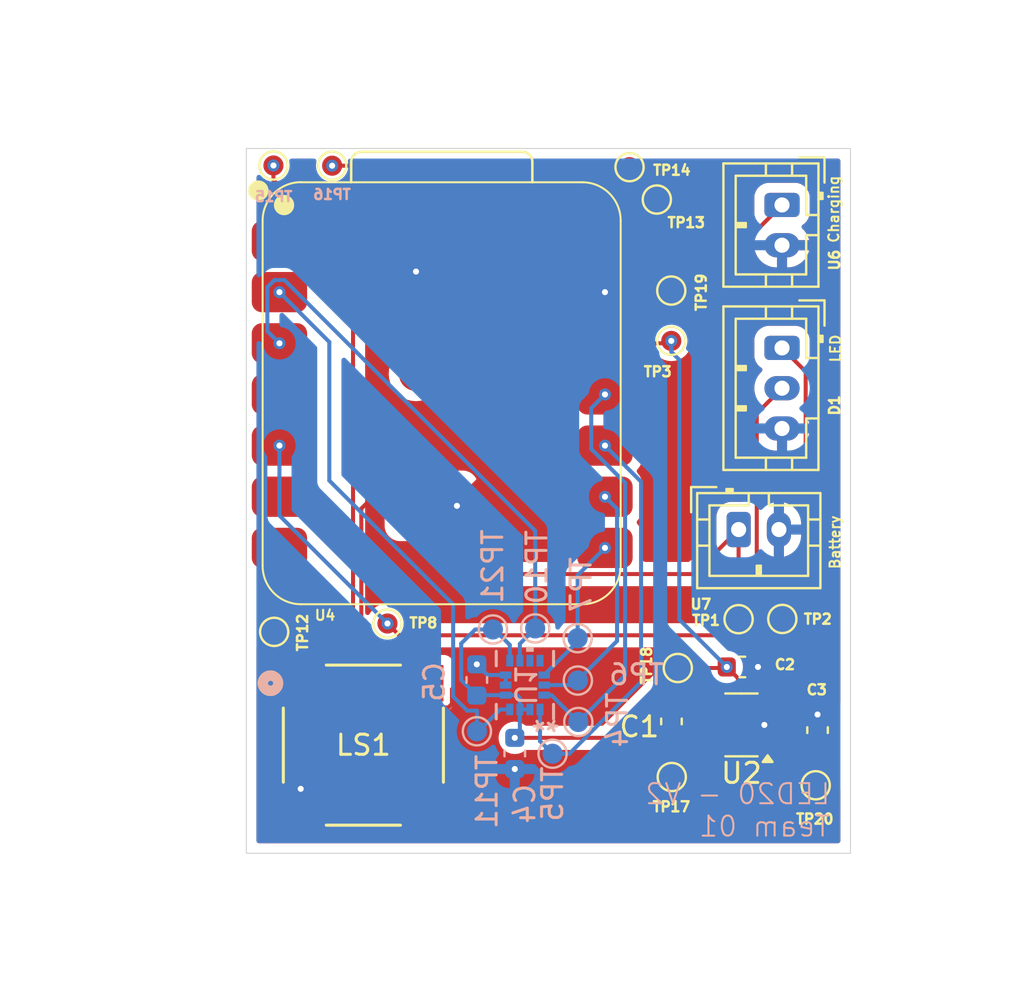
<source format=kicad_pcb>
(kicad_pcb (version 20240108) (generator "pcbnew") (generator_version "8.0")
  (title_block (title "LED20 Updated Schematic") (date "2024-11-12") (rev "2") (company "Team 01") (comment 1 "PCB Layout of LED20 "))
  (layers (0 "F.Cu" signal) (31 "B.Cu" signal) (34 "B.Paste" user) (35 "F.Paste" user) (36 "B.SilkS" user "B.Silkscreen") (37 "F.SilkS" user "F.Silkscreen") (38 "B.Mask" user) (39 "F.Mask" user) (44 "Edge.Cuts" user))
  (net 0 "")
  (net 1 "Net-(U2-C+)")
  (net 2 "Net-(U2-C-)")
  (net 3 "GND")
  (net 4 "3.3V")
  (net 5 "+5V")
  (net 6 "3.3V Data (D4)")
  (net 7 "VBATT")
  (net 8 "Net-(U1-SDA)")
  (net 9 "Net-(U1-SDO{slash}SA0)")
  (net 10 "Net-(U1-SCL)")
  (net 11 "Net-(U1-CS)")
  (net 12 "Net-(U1-INT2)")
  (net 13 "Net-(U1-INT1)")
  (net 14 "unconnected-(TP13-Pad1)")
  (net 15 "unconnected-(TP14-Pad1)")
  (net 16 "unconnected-(TP15-Pad1)")
  (net 17 "unconnected-(TP16-Pad1)")
  (net 21 "+5V IN")
  (net 24 "Net-(U4-LP_GPIO0{slash}GPIO0{slash}A0{slash}D0)")
  (footprint "TestPoint:TestPoint_Pad_D1.0mm" (layer "F.Cu") (at 158.828498 86.700433 -90)
    (property "Reference" "TP2" (at 0.00931 -1.762392 180) (layer "F.SilkS") (effects (font (size 0.5 0.5) (thickness 0.125))))
    (property "Value" "~")
    (fp_circle (center 0 0) (end 0 0.7) (stroke (width 0.12)) (fill none) (layer "F.SilkS"))
    (pad "1" smd circle (at 0 0 270) (size 1 1) (layers "F.Cu" "F.Mask") (net 3 "GND"))
  )
  (footprint "Led20:ChargePump" (layer "F.Cu") (at 156.79831 91.962347 180)
    (property "Reference" "U2" (at 0 -2.4 0) (layer "F.SilkS"))
    (property "Value" "~")
    (fp_line (start 0 1.56) (end 0.8 1.56) (stroke (width 0.12)) (layer "F.SilkS"))
    (fp_line (start 0 1.56) (end -0.8 1.56) (stroke (width 0.12)) (layer "F.SilkS"))
    (fp_line (start 0 -1.56) (end 0.8 -1.56) (stroke (width 0.12)) (layer "F.SilkS"))
    (fp_line (start 0 -1.56) (end -0.8 -1.56) (stroke (width 0.12)) (layer "F.SilkS"))
    (fp_poly (pts (xy -1.3 -1.51) (xy -1.54 -1.84) (xy -1.06 -1.84) (xy -1.3 -1.51)) (stroke (width 0.12)) (fill solid) (layer "F.SilkS"))
    (pad "1" smd roundrect (at -1.1375 -0.95 180) (size 1.325 0.6) (layers "F.Cu" "F.Paste" "F.Mask") (net 5 "+5V"))
    (pad "2" smd roundrect (at -1.1375 0 180) (size 1.325 0.6) (layers "F.Cu" "F.Paste" "F.Mask") (net 3 "GND"))
    (pad "3" smd roundrect (at -1.1375 0.95 180) (size 1.325 0.6) (layers "F.Cu" "F.Paste" "F.Mask") (net 5 "+5V"))
    (pad "4" smd roundrect (at 1.1375 0.95 180) (size 1.325 0.6) (layers "F.Cu" "F.Paste" "F.Mask") (net 2 "Net-(U2-C-)"))
    (pad "5" smd roundrect (at 1.1375 0 180) (size 1.325 0.6) (layers "F.Cu" "F.Paste" "F.Mask") (net 4 "3.3V"))
    (pad "6" smd roundrect (at 1.1375 -0.95 180) (size 1.325 0.6) (layers "F.Cu" "F.Paste" "F.Mask") (net 1 "Net-(U2-C+)"))
  )
  (footprint "Connector_JST:JST_PH_B2B-PH-K_1x02_P2.00mm_Vertical" (layer "F.Cu") (at 158.812862 66.141631 -90)
    (property "Reference" "U6" (at 2.736332 -2.606274 90) (layer "F.SilkS") (effects (font (size 0.5 0.5) (thickness 0.125))))
    (property "Value" "B2B-PH-K-S")
    (fp_line (start -2.06 2.91) (end 4.06 2.91) (stroke (width 0.12)) (layer "F.SilkS"))
    (fp_line (start 4.06 2.91) (end 4.06 -1.81) (stroke (width 0.12)) (layer "F.SilkS"))
    (fp_line (start -1.45 2.3) (end 3.45 2.3) (stroke (width 0.12)) (layer "F.SilkS"))
    (fp_line (start 0.9 2.3) (end 0.9 1.8) (stroke (width 0.12)) (layer "F.SilkS"))
    (fp_line (start 1 2.3) (end 1 1.8) (stroke (width 0.12)) (layer "F.SilkS"))
    (fp_line (start 3.45 2.3) (end 3.45 -1.2) (stroke (width 0.12)) (layer "F.SilkS"))
    (fp_line (start 0.9 1.8) (end 1.1 1.8) (stroke (width 0.12)) (layer "F.SilkS"))
    (fp_line (start 1.1 1.8) (end 1.1 2.3) (stroke (width 0.12)) (layer "F.SilkS"))
    (fp_line (start -2.06 0.8) (end -1.45 0.8) (stroke (width 0.12)) (layer "F.SilkS"))
    (fp_line (start 4.06 0.8) (end 3.45 0.8) (stroke (width 0.12)) (layer "F.SilkS"))
    (fp_line (start -2.06 -0.5) (end -1.45 -0.5) (stroke (width 0.12)) (layer "F.SilkS"))
    (fp_line (start 4.06 -0.5) (end 3.45 -0.5) (stroke (width 0.12)) (layer "F.SilkS"))
    (fp_line (start -1.45 -1.2) (end -1.45 2.3) (stroke (width 0.12)) (layer "F.SilkS"))
    (fp_line (start 0.5 -1.2) (end -1.45 -1.2) (stroke (width 0.12)) (layer "F.SilkS"))
    (fp_line (start 1.5 -1.2) (end 1.5 -1.81) (stroke (width 0.12)) (layer "F.SilkS"))
    (fp_line (start 3.45 -1.2) (end 1.5 -1.2) (stroke (width 0.12)) (layer "F.SilkS"))
    (fp_line (start -2.06 -1.81) (end -2.06 2.91) (stroke (width 0.12)) (layer "F.SilkS"))
    (fp_line (start -0.3 -1.81) (end -0.3 -2.01) (stroke (width 0.12)) (layer "F.SilkS"))
    (fp_line (start 0.5 -1.81) (end 0.5 -1.2) (stroke (width 0.12)) (layer "F.SilkS"))
    (fp_line (start 4.06 -1.81) (end -2.06 -1.81) (stroke (width 0.12)) (layer "F.SilkS"))
    (fp_line (start -0.3 -1.91) (end -0.6 -1.91) (stroke (width 0.12)) (layer "F.SilkS"))
    (fp_line (start -0.6 -2.01) (end -0.6 -1.81) (stroke (width 0.12)) (layer "F.SilkS"))
    (fp_line (start -0.3 -2.01) (end -0.6 -2.01) (stroke (width 0.12)) (layer "F.SilkS"))
    (fp_line (start -2.36 -2.11) (end -2.36 -0.86) (stroke (width 0.12)) (layer "F.SilkS"))
    (fp_line (start -1.11 -2.11) (end -2.36 -2.11) (stroke (width 0.12)) (layer "F.SilkS"))
    (pad "1" thru_hole roundrect (at 0 0 270) (size 1.2 1.75) (drill 0.75) (layers "*.Cu" "*.Mask") (roundrect_rratio 0.208333) (net 21 "+5V IN"))
    (pad "2" thru_hole oval (at 2 0 270) (size 1.2 1.75) (drill 0.75) (layers "*.Cu" "*.Mask") (net 3 "GND"))
  )
  (footprint "Connector_JST:JST_PH_B3B-PH-K_1x03_P2.00mm_Vertical" (layer "F.Cu") (at 158.812862 73.241902 -90)
    (property "Reference" "D1" (at 2.851472 -2.606274 90) (layer "F.SilkS") (effects (font (size 0.5 0.5) (thickness 0.125))))
    (property "Value" "SK6812MINI")
    (fp_line (start -2.06 2.91) (end 6.06 2.91) (stroke (width 0.12)) (layer "F.SilkS"))
    (fp_line (start 6.06 2.91) (end 6.06 -1.81) (stroke (width 0.12)) (layer "F.SilkS"))
    (fp_line (start -1.45 2.3) (end 5.45 2.3) (stroke (width 0.12)) (layer "F.SilkS"))
    (fp_line (start 0.9 2.3) (end 0.9 1.8) (stroke (width 0.12)) (layer "F.SilkS"))
    (fp_line (start 1 2.3) (end 1 1.8) (stroke (width 0.12)) (layer "F.SilkS"))
    (fp_line (start 2.9 2.3) (end 2.9 1.8) (stroke (width 0.12)) (layer "F.SilkS"))
    (fp_line (start 3 2.3) (end 3 1.8) (stroke (width 0.12)) (layer "F.SilkS"))
    (fp_line (start 5.45 2.3) (end 5.45 -1.2) (stroke (width 0.12)) (layer "F.SilkS"))
    (fp_line (start 0.9 1.8) (end 1.1 1.8) (stroke (width 0.12)) (layer "F.SilkS"))
    (fp_line (start 1.1 1.8) (end 1.1 2.3) (stroke (width 0.12)) (layer "F.SilkS"))
    (fp_line (start 2.9 1.8) (end 3.1 1.8) (stroke (width 0.12)) (layer "F.SilkS"))
    (fp_line (start 3.1 1.8) (end 3.1 2.3) (stroke (width 0.12)) (layer "F.SilkS"))
    (fp_line (start -2.06 0.8) (end -1.45 0.8) (stroke (width 0.12)) (layer "F.SilkS"))
    (fp_line (start 6.06 0.8) (end 5.45 0.8) (stroke (width 0.12)) (layer "F.SilkS"))
    (fp_line (start -2.06 -0.5) (end -1.45 -0.5) (stroke (width 0.12)) (layer "F.SilkS"))
    (fp_line (start 6.06 -0.5) (end 5.45 -0.5) (stroke (width 0.12)) (layer "F.SilkS"))
    (fp_line (start -1.45 -1.2) (end -1.45 2.3) (stroke (width 0.12)) (layer "F.SilkS"))
    (fp_line (start 0.5 -1.2) (end -1.45 -1.2) (stroke (width 0.12)) (layer "F.SilkS"))
    (fp_line (start 3.5 -1.2) (end 3.5 -1.81) (stroke (width 0.12)) (layer "F.SilkS"))
    (fp_line (start 5.45 -1.2) (end 3.5 -1.2) (stroke (width 0.12)) (layer "F.SilkS"))
    (fp_line (start -2.06 -1.81) (end -2.06 2.91) (stroke (width 0.12)) (layer "F.SilkS"))
    (fp_line (start -0.3 -1.81) (end -0.3 -2.01) (stroke (width 0.12)) (layer "F.SilkS"))
    (fp_line (start 0.5 -1.81) (end 0.5 -1.2) (stroke (width 0.12)) (layer "F.SilkS"))
    (fp_line (start 6.06 -1.81) (end -2.06 -1.81) (stroke (width 0.12)) (layer "F.SilkS"))
    (fp_line (start -0.3 -1.91) (end -0.6 -1.91) (stroke (width 0.12)) (layer "F.SilkS"))
    (fp_line (start -0.6 -2.01) (end -0.6 -1.81) (stroke (width 0.12)) (layer "F.SilkS"))
    (fp_line (start -0.3 -2.01) (end -0.6 -2.01) (stroke (width 0.12)) (layer "F.SilkS"))
    (fp_line (start -2.36 -2.11) (end -2.36 -0.86) (stroke (width 0.12)) (layer "F.SilkS"))
    (fp_line (start -1.11 -2.11) (end -2.36 -2.11) (stroke (width 0.12)) (layer "F.SilkS"))
    (pad "1" thru_hole roundrect (at 0 0 270) (size 1.2 1.75) (drill 0.75) (layers "*.Cu" "*.Mask") (roundrect_rratio 0.208333) (net 5 "+5V"))
    (pad "2" thru_hole oval (at 2 0 270) (size 1.2 1.75) (drill 0.75) (layers "*.Cu" "*.Mask") (net 6 "3.3V Data (D4)"))
    (pad "3" thru_hole oval (at 4 0 270) (size 1.2 1.75) (drill 0.75) (layers "*.Cu" "*.Mask") (net 3 "GND"))
  )
  (footprint "Capacitor_SMD:C_0603_1608Metric" (layer "F.Cu") (at 160.577935 92.221193 -90)
    (property "Reference" "C3" (at -2.002616 0.040114 0) (layer "F.SilkS") (effects (font (size 0.5 0.5) (thickness 0.125))))
    (property "Value" "10u")
    (fp_line (start -0.14058 0.51) (end 0.14058 0.51) (stroke (width 0.12)) (layer "F.SilkS"))
    (fp_line (start -0.14058 -0.51) (end 0.14058 -0.51) (stroke (width 0.12)) (layer "F.SilkS"))
    (pad "1" smd roundrect (at -0.775 0 270) (size 0.9 0.95) (layers "F.Cu" "F.Paste" "F.Mask") (net 3 "GND"))
    (pad "2" smd roundrect (at 0.775 0 270) (size 0.9 0.95) (layers "F.Cu" "F.Paste" "F.Mask") (net 5 "+5V"))
  )
  (footprint "TestPoint:TestPoint_Pad_D1.0mm" (layer "F.Cu") (at 139.220263 86.927322)
    (property "Reference" "TP8" (at 1.780797 -0.027891 0) (layer "F.SilkS") (effects (font (size 0.5 0.5) (thickness 0.125))))
    (property "Value" "~")
    (fp_circle (center 0 0) (end 0 0.7) (stroke (width 0.12)) (fill none) (layer "F.SilkS"))
    (pad "1" smd circle (at 0 0) (size 1 1) (layers "F.Cu" "F.Mask") (net 6 "3.3V Data (D4)"))
  )
  (footprint "TestPoint:TestPoint_Pad_D1.0mm" (layer "F.Cu") (at 133.558215 64.181695 180)
    (property "Reference" "TP15" (at -0.006781 -1.547978 0) (layer "B.SilkS") (effects (font (size 0.5 0.5) (thickness 0.125)) (justify mirror)))
    (property "Value" "~")
    (fp_circle (center 0 0) (end 0 0.7) (stroke (width 0.12)) (fill none) (layer "F.SilkS"))
    (pad "1" smd circle (at 0 0 180) (size 1 1) (layers "F.Cu" "F.Mask") (net 16 "unconnected-(TP15-Pad1)"))
  )
  (footprint "TestPoint:TestPoint_Pad_D1.0mm" (layer "F.Cu") (at 136.473277 64.192789 180)
    (property "Reference" "TP16" (at 0.007435 -1.428574 0) (layer "B.SilkS") (effects (font (size 0.5 0.5) (thickness 0.125)) (justify mirror)))
    (property "Value" "~")
    (fp_circle (center 0 0) (end 0 0.7) (stroke (width 0.12)) (fill none) (layer "F.SilkS"))
    (pad "1" smd circle (at 0 0 180) (size 1 1) (layers "F.Cu" "F.Mask") (net 17 "unconnected-(TP16-Pad1)"))
  )
  (footprint "Led20:XIAO-ESP32-C6-SMD" (layer "F.Cu") (at 142.1375 75.53)
    (property "Reference" "U4" (at -6.587488 11.282961 0) (layer "F.SilkS") (effects (font (size 0.5 0.5) (thickness 0.10668)) (justify left bottom)))
    (property "Value" "~")
    (fp_line (start -9.1166 8.5345) (end -9.1166 -8.6105) (stroke (width 0.1)) (layer "F.SilkS"))
    (fp_line (start -7.2116 10.4395) (end 6.7584 10.4395) (stroke (width 0.1)) (layer "F.SilkS"))
    (fp_line (start -4.7216 -10.5155) (end -4.717872 -11.525772) (stroke (width 0.127)) (layer "F.SilkS"))
    (fp_line (start -4.217872 -12.0255) (end 3.7774 -12.0255) (stroke (width 0.127)) (layer "F.SilkS"))
    (fp_line (start 4.2774 -11.5255) (end 4.2774 -10.5155) (stroke (width 0.127)) (layer "F.SilkS"))
    (fp_line (start 6.7584 -10.5155) (end -7.2116 -10.5155) (stroke (width 0.1)) (layer "F.SilkS"))
    (fp_line (start 8.6634 8.5345) (end 8.6634 -8.6105) (stroke (width 0.1)) (layer "F.SilkS"))
    (fp_arc (start -9.1166 -8.6145) (mid -8.558638 -9.961538) (end -7.2116 -10.5195) (stroke (width 0.1)) (layer "F.SilkS"))
    (fp_arc (start -7.2116 10.4395) (mid -8.558638 9.881538) (end -9.1166 8.5345) (stroke (width 0.1)) (layer "F.SilkS"))
    (fp_arc (start -4.717872 -11.525772) (mid -4.571324 -11.879144) (end -4.217872 -12.0255) (stroke (width 0.127)) (layer "F.SilkS"))
    (fp_arc (start 3.7774 -12.0255) (mid 4.130953 -11.879053) (end 4.2774 -11.5255) (stroke (width 0.127)) (layer "F.SilkS"))
    (fp_arc (start 6.7584 -10.5155) (mid 8.105438 -9.957538) (end 8.6634 -8.6105) (stroke (width 0.1)) (layer "F.SilkS"))
    (fp_arc (start 8.6634 8.5345) (mid 8.105438 9.881538) (end 6.7584 10.4395) (stroke (width 0.1)) (layer "F.SilkS"))
    (fp_circle (center -9.3266 -10.0995) (end -9.3266 -10.3535) (stroke (width 0.5)) (fill solid) (layer "F.SilkS"))
    (fp_circle (center -8.0526 -9.3825) (end -8.0526 -9.6365) (stroke (width 0.5)) (fill solid) (layer "F.SilkS"))
    (pad "1" smd roundrect (at -8.2816 -7.5985) (size 2.75 2) (layers "F.Cu" "F.Paste" "F.Mask") (net 24 "Net-(U4-LP_GPIO0{slash}GPIO0{slash}A0{slash}D0)"))
    (pad "2" smd roundrect (at -8.2816 -5.0585) (size 2.75 2) (layers "F.Cu" "F.Paste" "F.Mask") (net 13 "Net-(U1-INT1)"))
    (pad "3" smd roundrect (at -8.2816 -2.5185) (size 2.75 2) (layers "F.Cu" "F.Paste" "F.Mask") (net 12 "Net-(U1-INT2)"))
    (pad "4" smd roundrect (at -8.2816 0.0215) (size 2.75 2) (layers "F.Cu" "F.Paste" "F.Mask"))
    (pad "5" smd roundrect (at -8.2816 2.5615) (size 2.75 2) (layers "F.Cu" "F.Paste" "F.Mask") (net 6 "3.3V Data (D4)"))
    (pad "6" smd roundrect (at -8.2816 5.1015) (size 2.75 2) (layers "F.Cu" "F.Paste" "F.Mask"))
    (pad "7" smd roundrect (at -8.2816 7.6415) (size 2.75 2) (layers "F.Cu" "F.Paste" "F.Mask"))
    (pad "8" smd roundrect (at 7.8834 7.6415) (size 2.75 2) (layers "F.Cu" "F.Paste" "F.Mask") (net 11 "Net-(U1-CS)"))
    (pad "9" smd roundrect (at 7.8834 5.1015) (size 2.75 2) (layers "F.Cu" "F.Paste" "F.Mask") (net 10 "Net-(U1-SCL)"))
    (pad "10" smd roundrect (at 7.8834 2.5615) (size 2.75 2) (layers "F.Cu" "F.Paste" "F.Mask") (net 9 "Net-(U1-SDO{slash}SA0)"))
    (pad "11" smd roundrect (at 7.8834 0.0215) (size 2.75 2) (layers "F.Cu" "F.Paste" "F.Mask") (net 8 "Net-(U1-SDA)"))
    (pad "12" smd roundrect (at 7.8834 -2.5185) (size 2.75 2) (layers "F.Cu" "F.Paste" "F.Mask") (net 4 "3.3V"))
    (pad "13" smd roundrect (at 7.8834 -5.0585) (size 2.75 2) (layers "F.Cu" "F.Paste" "F.Mask") (net 3 "GND"))
    (pad "14" smd roundrect (at 7.8834 -7.5985) (size 2.75 2) (layers "F.Cu" "F.Paste" "F.Mask") (net 21 "+5V IN"))
    (pad "15" smd roundrect (at -2.008 5.5532 270) (size 2.5 1.1) (layers "F.Cu" "F.Paste" "F.Mask") (net 7 "VBATT"))
    (pad "16" smd roundrect (at 0.532 5.5532 270) (size 2.5 1.1) (layers "F.Cu" "F.Paste" "F.Mask") (net 3 "GND"))
    (pad "17" smd circle (at -1.5 -8.62) (size 1.7 1.7) (layers "F.Cu" "F.Paste" "F.Mask") (net 17 "unconnected-(TP16-Pad1)"))
    (pad "18" smd circle (at 1.04 -8.62) (size 1.7 1.7) (layers "F.Cu" "F.Paste" "F.Mask") (net 15 "unconnected-(TP14-Pad1)"))
    (pad "19" smd circle (at -1.5 -6.08) (size 1.7 1.7) (layers "F.Cu" "F.Paste" "F.Mask") (net 3 "GND"))
    (pad "20" smd circle (at 1.04 -6.08) (size 1.7 1.7) (layers "F.Cu" "F.Paste" "F.Mask"))
    (pad "21" smd circle (at -1.5 -3.54) (size 1.7 1.7) (layers "F.Cu" "F.Paste" "F.Mask") (net 16 "unconnected-(TP15-Pad1)"))
    (pad "22" smd circle (at 1.04 -3.54) (size 1.7 1.7) (layers "F.Cu" "F.Paste" "F.Mask") (net 14 "unconnected-(TP13-Pad1)"))
    (pad "23" smd circle (at -1.5 -1) (size 1.7 1.7) (layers "F.Cu" "F.Paste" "F.Mask"))
    (pad "24" smd circle (at 0.9474 -1.0568) (size 1.7 1.7) (layers "F.Cu" "F.Paste" "F.Mask"))
  )
  (footprint "TestPoint:TestPoint_Pad_D1.0mm" (layer "F.Cu") (at 152.5961 65.872827)
    (property "Reference" "TP13" (at 1.460965 1.149092 180) (layer "F.SilkS") (effects (font (size 0.5 0.5) (thickness 0.125))))
    (property "Value" "~")
    (fp_circle (center 0 0) (end 0 0.7) (stroke (width 0.12)) (fill none) (layer "F.SilkS"))
    (pad "1" smd circle (at 0 0) (size 1 1) (layers "F.Cu" "F.Mask") (net 14 "unconnected-(TP13-Pad1)"))
  )
  (footprint "TestPoint:TestPoint_Pad_D1.0mm" (layer "F.Cu") (at 153.63829 89.136295 180)
    (property "Reference" "TP18" (at 1.54972 0.123129 -90) (layer "F.SilkS") (effects (font (size 0.5 0.5) (thickness 0.125))))
    (property "Value" "~")
    (fp_circle (center 0 0) (end 0 0.7) (stroke (width 0.12)) (fill none) (layer "F.SilkS"))
    (pad "1" smd circle (at 0 0 180) (size 1 1) (layers "F.Cu" "F.Mask") (net 4 "3.3V"))
  )
  (footprint "Capacitor_SMD:C_0603_1608Metric" (layer "F.Cu") (at 153.322964 91.790052 90)
    (property "Reference" "C1" (at -0.263111 -1.595137 180) (layer "F.SilkS"))
    (property "Value" "1u")
    (fp_line (start -0.14058 -0.51) (end 0.14058 -0.51) (stroke (width 0.12)) (layer "F.SilkS"))
    (fp_line (start -0.14058 0.51) (end 0.14058 0.51) (stroke (width 0.12)) (layer "F.SilkS"))
    (pad "1" smd roundrect (at -0.775 0 90) (size 0.9 0.95) (layers "F.Cu" "F.Paste" "F.Mask") (net 1 "Net-(U2-C+)"))
    (pad "2" smd roundrect (at 0.775 0 90) (size 0.9 0.95) (layers "F.Cu" "F.Paste" "F.Mask") (net 2 "Net-(U2-C-)"))
  )
  (footprint "TestPoint:TestPoint_Pad_D1.0mm" (layer "F.Cu") (at 151.241689 64.264802)
    (property "Reference" "TP14" (at 2.100344 0.153276 0) (layer "F.SilkS") (effects (font (size 0.5 0.5) (thickness 0.125))))
    (property "Value" "~")
    (fp_circle (center 0 0) (end 0 0.7) (stroke (width 0.12)) (fill none) (layer "F.SilkS"))
    (pad "1" smd circle (at 0 0) (size 1 1) (layers "F.Cu" "F.Mask") (net 15 "unconnected-(TP14-Pad1)"))
  )
  (footprint "TestPoint:TestPoint_Pad_D1.0mm" (layer "F.Cu") (at 156.656484 86.711805 180)
    (property "Reference" "TP1" (at 1.61693 -0.059694 180) (layer "F.SilkS") (effects (font (size 0.5 0.5) (thickness 0.125))))
    (property "Value" "~")
    (fp_circle (center 0 0) (end 0 0.7) (stroke (width 0.12)) (fill none) (layer "F.SilkS"))
    (pad "1" smd circle (at 0 0 180) (size 1 1) (layers "F.Cu" "F.Mask") (net 7 "VBATT"))
  )
  (footprint "Capacitor_SMD:C_0603_1608Metric" (layer "F.Cu") (at 156.844117 89.084826)
    (property "Reference" "C2" (at 2.113024 -0.117148 0) (layer "F.SilkS") (effects (font (size 0.5 0.5) (thickness 0.125))))
    (property "Value" "10u")
    (fp_line (start -0.14058 -0.51) (end 0.14058 -0.51) (stroke (width 0.12)) (layer "F.SilkS"))
    (fp_line (start -0.14058 0.51) (end 0.14058 0.51) (stroke (width 0.12)) (layer "F.SilkS"))
    (pad "1" smd roundrect (at -0.775 0) (size 0.9 0.95) (layers "F.Cu" "F.Paste" "F.Mask") (net 4 "3.3V"))
    (pad "2" smd roundrect (at 0.775 0) (size 0.9 0.95) (layers "F.Cu" "F.Paste" "F.Mask") (net 3 "GND"))
  )
  (footprint "TestPoint:TestPoint_Pad_D1.0mm" (layer "F.Cu") (at 153.338126 94.54961 180)
    (property "Reference" "TP17" (at 0.018558 -1.478538 0) (layer "F.SilkS") (effects (font (size 0.5 0.5) (thickness 0.125))))
    (property "Value" "~")
    (fp_circle (center 0 0) (end 0 0.7) (stroke (width 0.12)) (fill none) (layer "F.SilkS"))
    (pad "1" smd circle (at 0 0 180) (size 1 1) (layers "F.Cu" "F.Mask") (net 1 "Net-(U2-C+)"))
  )
  (footprint "TestPoint:TestPoint_Pad_D1.0mm" (layer "F.Cu") (at 160.486961 94.960081 180)
    (property "Reference" "TP20" (at 0.0458 -1.67788 0) (layer "F.SilkS") (effects (font (size 0.5 0.5) (thickness 0.125))))
    (property "Value" "~")
    (fp_circle (center 0 0) (end 0 0.7) (stroke (width 0.12)) (fill none) (layer "F.SilkS"))
    (pad "1" smd circle (at 0 0 180) (size 1 1) (layers "F.Cu" "F.Mask") (net 5 "+5V"))
  )
  (footprint "TestPoint:TestPoint_Pad_D1.0mm" (layer "F.Cu") (at 153.3139 72.8925)
    (property "Reference" "TP3" (at -0.673172 1.533258 0) (layer "F.SilkS") (effects (font (size 0.5 0.5) (thickness 0.125))))
    (property "Value" "~")
    (fp_circle (center 0 0) (end 0 0.7) (stroke (width 0.12)) (fill none) (layer "F.SilkS"))
    (pad "1" smd circle (at 0 0) (size 1 1) (layers "F.Cu" "F.Mask") (net 4 "3.3V"))
  )
  (footprint "TestPoint:TestPoint_Pad_D1.0mm" (layer "F.Cu") (at 153.3139 70.3925)
    (property "Reference" "TP19" (at 1.486846 0.088888 90) (layer "F.SilkS") (effects (font (size 0.5 0.5) (thickness 0.125))))
    (property "Value" "~")
    (fp_circle (center 0 0) (end 0 0.7) (stroke (width 0.12)) (fill none) (layer "F.SilkS"))
    (pad "1" smd circle (at 0 0) (size 1 1) (layers "F.Cu" "F.Mask") (net 3 "GND"))
  )
  (footprint "TestPoint:TestPoint_Pad_D1.0mm" (layer "F.Cu") (at 133.594062 87.34175)
    (property "Reference" "TP12" (at 1.410104 0.034115 -90) (layer "F.SilkS") (effects (font (size 0.5 0.5) (thickness 0.125))))
    (property "Value" "~")
    (fp_circle (center 0 0) (end 0 0.7) (stroke (width 0.12)) (fill none) (layer "F.SilkS"))
    (pad "1" smd circle (at 0 0) (size 1 1) (layers "F.Cu" "F.Mask") (net 24 "Net-(U4-LP_GPIO0{slash}GPIO0{slash}A0{slash}D0)"))
  )
  (footprint "Led20:CMT-7525-80-SMT-TR_CUD" (layer "F.Cu") (at 138.02338 92.966582)
    (property "Reference" "LS1" (at 0 0 0) (layer "F.SilkS"))
    (property "Value" "CMT-7525-80-SMT-TR")
    (fp_circle (center -4.6101 -3.075) (end -4.2291 -3.075) (stroke (width 0.508)) (fill none) (layer "B.SilkS"))
    (fp_line (start -3.9751 -1.84056) (end -3.9751 1.84056) (stroke (width 0.1524)) (layer "F.SilkS"))
    (fp_line (start -1.84056 3.9751) (end 1.84056 3.9751) (stroke (width 0.1524)) (layer "F.SilkS"))
    (fp_line (start 1.84056 -3.9751) (end -1.84056 -3.9751) (stroke (width 0.1524)) (layer "F.SilkS"))
    (fp_line (start 3.9751 1.84056) (end 3.9751 -1.84056) (stroke (width 0.1524)) (layer "F.SilkS"))
    (fp_arc (start -4.48724 -2.714353) (mid -4.991102 -3.075001) (end -4.48724 -3.435648) (stroke (width 0.508)) (layer "F.SilkS"))
    (pad "1" smd rect (at -3.075 -3.075) (size 1.8034 1.8034) (layers "F.Cu" "F.Paste" "F.Mask") (net 24 "Net-(U4-LP_GPIO0{slash}GPIO0{slash}A0{slash}D0)"))
    (pad "2" smd rect (at -3.075 3.075) (size 1.8034 1.8034) (layers "F.Cu" "F.Paste" "F.Mask") (net 3 "GND"))
    (pad "3" smd rect (at 3.075 -3.075) (size 1.8034 1.8034) (layers "F.Cu" "F.Paste" "F.Mask"))
    (pad "4" smd rect (at 3.075 3.075) (size 1.8034 1.8034) (layers "F.Cu" "F.Paste" "F.Mask"))
  )
  (footprint "Connector_JST:JST_PH_B2B-PH-K_1x02_P2.00mm_Vertical" (layer "F.Cu") (at 156.659343 82.261164)
    (property "Reference" "U7" (at -1.875655 3.708622 0) (layer "F.SilkS") (effects (font (size 0.5 0.5) (thickness 0.125))))
    (property "Value" "B2B-PH-K-S")
    (fp_line (start -2.36 -2.11) (end -2.36 -0.86) (stroke (width 0.12)) (layer "F.SilkS"))
    (fp_line (start -2.06 -1.81) (end -2.06 2.91) (stroke (width 0.12)) (layer "F.SilkS"))
    (fp_line (start -2.06 -0.5) (end -1.45 -0.5) (stroke (width 0.12)) (layer "F.SilkS"))
    (fp_line (start -2.06 0.8) (end -1.45 0.8) (stroke (width 0.12)) (layer "F.SilkS"))
    (fp_line (start -2.06 2.91) (end 4.06 2.91) (stroke (width 0.12)) (layer "F.SilkS"))
    (fp_line (start -1.45 -1.2) (end -1.45 2.3) (stroke (width 0.12)) (layer "F.SilkS"))
    (fp_line (start -1.45 2.3) (end 3.45 2.3) (stroke (width 0.12)) (layer "F.SilkS"))
    (fp_line (start -1.11 -2.11) (end -2.36 -2.11) (stroke (width 0.12)) (layer "F.SilkS"))
    (fp_line (start -0.6 -2.01) (end -0.6 -1.81) (stroke (width 0.12)) (layer "F.SilkS"))
    (fp_line (start -0.3 -2.01) (end -0.6 -2.01) (stroke (width 0.12)) (layer "F.SilkS"))
    (fp_line (start -0.3 -1.91) (end -0.6 -1.91) (stroke (width 0.12)) (layer "F.SilkS"))
    (fp_line (start -0.3 -1.81) (end -0.3 -2.01) (stroke (width 0.12)) (layer "F.SilkS"))
    (fp_line (start 0.5 -1.81) (end 0.5 -1.2) (stroke (width 0.12)) (layer "F.SilkS"))
    (fp_line (start 0.5 -1.2) (end -1.45 -1.2) (stroke (width 0.12)) (layer "F.SilkS"))
    (fp_line (start 0.9 1.8) (end 1.1 1.8) (stroke (width 0.12)) (layer "F.SilkS"))
    (fp_line (start 0.9 2.3) (end 0.9 1.8) (stroke (width 0.12)) (layer "F.SilkS"))
    (fp_line (start 1 2.3) (end 1 1.8) (stroke (width 0.12)) (layer "F.SilkS"))
    (fp_line (start 1.1 1.8) (end 1.1 2.3) (stroke (width 0.12)) (layer "F.SilkS"))
    (fp_line (start 1.5 -1.2) (end 1.5 -1.81) (stroke (width 0.12)) (layer "F.SilkS"))
    (fp_line (start 3.45 -1.2) (end 1.5 -1.2) (stroke (width 0.12)) (layer "F.SilkS"))
    (fp_line (start 3.45 2.3) (end 3.45 -1.2) (stroke (width 0.12)) (layer "F.SilkS"))
    (fp_line (start 4.06 -1.81) (end -2.06 -1.81) (stroke (width 0.12)) (layer "F.SilkS"))
    (fp_line (start 4.06 -0.5) (end 3.45 -0.5) (stroke (width 0.12)) (layer "F.SilkS"))
    (fp_line (start 4.06 0.8) (end 3.45 0.8) (stroke (width 0.12)) (layer "F.SilkS"))
    (fp_line (start 4.06 2.91) (end 4.06 -1.81) (stroke (width 0.12)) (layer "F.SilkS"))
    (pad "1" thru_hole roundrect (at 0 0) (size 1.2 1.75) (drill 0.75) (layers "*.Cu" "*.Mask") (roundrect_rratio 0.208333) (net 7 "VBATT"))
    (pad "2" thru_hole oval (at 2 0) (size 1.2 1.75) (drill 0.75) (layers "*.Cu" "*.Mask") (net 3 "GND"))
  )
  (footprint "TestPoint:TestPoint_Pad_D1.0mm" (layer "B.Cu") (at 146.556143 87.171044 90)
    (property "Reference" "TP10" (at 3.039619 0.082065 90) (layer "B.SilkS") (effects (justify mirror)))
    (property "Value" "~")
    (fp_circle (center 0 0) (end 0 -0.7) (stroke (width 0.12)) (fill none) (layer "B.SilkS"))
    (pad "1" smd circle (at 0 0 90) (size 1 1) (layers "B.Cu" "B.Mask") (net 12 "Net-(U1-INT2)"))
  )
  (footprint "TestPoint:TestPoint_Pad_D1.0mm" (layer "B.Cu") (at 144.458045 87.222217 90)
    (property "Reference" "TP21" (at 3.131043 -0.01355 90) (layer "B.SilkS") (effects (justify mirror)))
    (property "Value" "~")
    (fp_circle (center 0 0) (end 0 -0.7) (stroke (width 0.12)) (fill none) (layer "B.SilkS"))
    (pad "1" smd circle (at 0 0 90) (size 1 1) (layers "B.Cu" "B.Mask") (net 4 "3.3V"))
  )
  (footprint "Capacitor_SMD:C_0603_1608Metric" (layer "B.Cu") (at 143.656333 89.7297 -90)
    (property "Reference" "C5" (at 0.097327 2.109953 90) (layer "B.SilkS") (effects (justify mirror)))
    (property "Value" "100n")
    (fp_line (start 0.14058 0.51) (end -0.14058 0.51) (stroke (width 0.12)) (layer "B.SilkS"))
    (fp_line (start 0.14058 -0.51) (end -0.14058 -0.51) (stroke (width 0.12)) (layer "B.SilkS"))
    (pad "1" smd roundrect (at -0.775 0 270) (size 0.9 0.95) (layers "B.Cu" "B.Paste" "B.Mask") (net 3 "GND"))
    (pad "2" smd roundrect (at 0.775 0 270) (size 0.9 0.95) (layers "B.Cu" "B.Paste" "B.Mask") (net 4 "3.3V"))
  )
  (footprint "Led20:LGA-14L_2P5X3X0P83_STM-L" (layer "B.Cu") (at 146.04495 89.984768 90)
    (property "Reference" "U1" (at 0 0 -90) (layer "B.SilkS") (effects (justify mirror)))
    (property "Value" "~")
    (fp_line (start 1.6764 -1.4224) (end 0.957013 -1.4224) (stroke (width 0.1524)) (layer "B.SilkS"))
    (fp_line (start -0.957013 -1.4224) (end -1.6764 -1.4224) (stroke (width 0.1524)) (layer "B.SilkS"))
    (fp_line (start 0.957013 1.4224) (end 1.6764 1.4224) (stroke (width 0.1524)) (layer "B.SilkS"))
    (fp_line (start -1.6764 1.4224) (end -0.957013 1.4224) (stroke (width 0.1524)) (layer "B.SilkS"))
    (fp_poly (pts (xy 1.905 0.4405) (xy 1.905 0.059499) (xy 1.651 0.059499) (xy 1.651 0.4405)) (fill solid) (layer "B.SilkS"))
    (fp_text user "*" (at -2.032 1 90) (layer "B.SilkS") (effects (justify mirror)))
    (fp_text user "*" (at -2.032 1.0437 -90) (layer "B.SilkS") (effects (justify mirror)))
    (pad "1" smd rect (at -1.2103 0.750001) (size 0.351536 0.57658) (layers "B.Cu" "B.Paste" "B.Mask") (net 9 "Net-(U1-SDO{slash}SA0)"))
    (pad "2" smd rect (at -1.2103 0.25) (size 0.351536 0.57658) (layers "B.Cu" "B.Paste" "B.Mask") (net 4 "3.3V"))
    (pad "3" smd rect (at -1.2103 -0.25) (size 0.351536 0.57658) (layers "B.Cu" "B.Paste" "B.Mask") (net 4 "3.3V"))
    (pad "4" smd rect (at -1.2103 -0.750001) (size 0.351536 0.57658) (layers "B.Cu" "B.Paste" "B.Mask") (net 13 "Net-(U1-INT1)"))
    (pad "5" smd rect (at -0.499999 -0.9563 90) (size 0.351536 0.57658) (layers "B.Cu" "B.Paste" "B.Mask") (net 4 "3.3V"))
    (pad "6" smd rect (at 0 -0.9563 90) (size 0.351536 0.57658) (layers "B.Cu" "B.Paste" "B.Mask") (net 3 "GND"))
    (pad "7" smd rect (at 0.499999 -0.9563 90) (size 0.351536 0.57658) (layers "B.Cu" "B.Paste" "B.Mask") (net 3 "GND"))
    (pad "8" smd rect (at 1.2103 -0.750001) (size 0.351536 0.57658) (layers "B.Cu" "B.Paste" "B.Mask") (net 4 "3.3V"))
    (pad "9" smd rect (at 1.2103 -0.25) (size 0.351536 0.57658) (layers "B.Cu" "B.Paste" "B.Mask") (net 12 "Net-(U1-INT2)"))
    (pad "10" smd rect (at 1.2103 0.25) (size 0.351536 0.57658) (layers "B.Cu" "B.Paste" "B.Mask"))
    (pad "11" smd rect (at 1.2103 0.750001) (size 0.351536 0.57658) (layers "B.Cu" "B.Paste" "B.Mask"))
    (pad "12" smd rect (at 0.499999 0.9563 90) (size 0.351536 0.57658) (layers "B.Cu" "B.Paste" "B.Mask") (net 11 "Net-(U1-CS)"))
    (pad "13" smd rect (at 0 0.9563 90) (size 0.351536 0.57658) (layers "B.Cu" "B.Paste" "B.Mask") (net 10 "Net-(U1-SCL)"))
    (pad "14" smd rect (at -0.499999 0.9563 90) (size 0.351536 0.57658) (layers "B.Cu" "B.Paste" "B.Mask") (net 8 "Net-(U1-SDA)"))
  )
  (footprint "TestPoint:TestPoint_Pad_D1.0mm" (layer "B.Cu") (at 148.663867 87.655327 -90)
    (property "Reference" "TP7" (at -2.658492 -0.168053 90) (layer "B.SilkS") (effects (justify mirror)))
    (property "Value" "~")
    (fp_circle (center 0 0) (end 0 -0.7) (stroke (width 0.12)) (fill none) (layer "B.SilkS"))
    (pad "1" smd circle (at 0 0 270) (size 1 1) (layers "B.Cu" "B.Mask") (net 11 "Net-(U1-CS)"))
  )
  (footprint "TestPoint:TestPoint_Pad_D1.0mm" (layer "B.Cu") (at 148.697983 91.817408 -90)
    (property "Reference" "TP4" (at -0.098555 -1.945259 90) (layer "B.SilkS") (effects (justify mirror)))
    (property "Value" "~")
    (fp_circle (center 0 0) (end 0 -0.7) (stroke (width 0.12)) (fill none) (layer "B.SilkS"))
    (pad "1" smd circle (at 0 0 270) (size 1 1) (layers "B.Cu" "B.Mask") (net 8 "Net-(U1-SDA)"))
  )
  (footprint "TestPoint:TestPoint_Pad_D1.0mm" (layer "B.Cu") (at 148.675239 89.759111 -90)
    (property "Reference" "TP6" (at -0.294348 -2.913916 0) (layer "B.SilkS") (effects (justify mirror)))
    (property "Value" "~")
    (fp_circle (center 0 0) (end 0 -0.7) (stroke (width 0.12)) (fill none) (layer "B.SilkS"))
    (pad "1" smd circle (at 0 0 270) (size 1 1) (layers "B.Cu" "B.Mask") (net 10 "Net-(U1-SCL)"))
  )
  (footprint "TestPoint:TestPoint_Pad_D1.0mm" (layer "B.Cu") (at 143.662019 92.278879 -90)
    (property "Reference" "TP11" (at 3 -0.5 90) (layer "B.SilkS") (effects (justify mirror)))
    (property "Value" "~")
    (fp_circle (center 0 0) (end 0 -0.7) (stroke (width 0.12)) (fill none) (layer "B.SilkS"))
    (pad "1" smd circle (at 0 0 270) (size 1 1) (layers "B.Cu" "B.Mask") (net 13 "Net-(U1-INT1)"))
  )
  (footprint "TestPoint:TestPoint_Pad_D1.0mm" (layer "B.Cu") (at 147.418654 93.392403 -90)
    (property "Reference" "TP5" (at 2 0 90) (layer "B.SilkS") (effects (justify mirror)))
    (property "Value" "~")
    (fp_circle (center 0 0) (end 0 -0.7) (stroke (width 0.12)) (fill none) (layer "B.SilkS"))
    (pad "1" smd circle (at 0 0 270) (size 1 1) (layers "B.Cu" "B.Mask") (net 9 "Net-(U1-SDO{slash}SA0)"))
  )
  (footprint "Capacitor_SMD:C_0603_1608Metric" (layer "B.Cu") (at 145.542307 93.379906 90)
    (property "Reference" "C4" (at -2.5 0.5 90) (layer "B.SilkS") (effects (justify mirror)))
    (property "Value" "100n")
    (fp_line (start 0.14058 -0.51) (end -0.14058 -0.51) (stroke (width 0.12)) (layer "B.SilkS"))
    (fp_line (start 0.14058 0.51) (end -0.14058 0.51) (stroke (width 0.12)) (layer "B.SilkS"))
    (pad "1" smd roundrect (at -0.775 0 90) (size 0.9 0.95) (layers "B.Cu" "B.Paste" "B.Mask") (net 3 "GND"))
    (pad "2" smd roundrect (at 0.775 0 90) (size 0.9 0.95) (layers "B.Cu" "B.Paste" "B.Mask") (net 4 "3.3V"))
  )
  (gr_rect (start 132.212322 63.338382) (end 162.212322 98.338382) (stroke (width 0.05)) (fill none) (layer "Edge.Cuts"))
  (gr_text "LED20 - V2\nTeam 01" (at 161.273372 97.589096 0) (layer "B.SilkS") (effects (font (size 1 1) (thickness 0.1)) (justify left bottom mirror)))
  (gr_text "LED\n" (at 161.76029 74.012333 90) (layer "F.SilkS") (effects (font (size 0.5 0.5) (thickness 0.1)) (justify left bottom)))
  (gr_text "Battery\n" (at 161.737073 84.279296 90) (layer "F.SilkS") (effects (font (size 0.5 0.5) (thickness 0.1)) (justify left bottom)))
  (gr_text "Charging\n" (at 161.675002 68.076251 90) (layer "F.SilkS") (effects (font (size 0.5 0.5) (thickness 0.1)) (justify left bottom)))
  (segment (start 153.742671 92.912347) (end 155.66081 92.912347) (width 0.2) (layer "F.Cu") (net 1))
  (segment (start 153.338126 92.580214) (end 153.322964 92.565052) (width 0.2) (layer "F.Cu") (net 1))
  (segment (start 153.322964 92.565052) (end 153.395376 92.565052) (width 0.2) (layer "F.Cu") (net 1))
  (segment (start 153.395376 92.565052) (end 153.742671 92.912347) (width 0.2) (layer "F.Cu") (net 1))
  (segment (start 153.338126 94.54961) (end 153.338126 92.580214) (width 0.2) (layer "F.Cu") (net 1))
  (segment (start 155.66081 91.012347) (end 153.325669 91.012347) (width 0.2) (layer "F.Cu") (net 2))
  (segment (start 153.561531 91.002693) (end 153.549172 91.015052) (width 0.2) (layer "F.Cu") (net 2))
  (segment (start 153.322964 91.015052) (end 153.549172 91.015052) (width 0.2) (layer "F.Cu") (net 2))
  (segment (start 153.325669 91.012347) (end 153.322964 91.015052) (width 0.2) (layer "F.Cu") (net 2))
  (segment (start 158.828498 86.700433) (end 158.828498 86.699486) (width 0.2) (layer "F.Cu") (net 3))
  (segment (start 137.921771 89.118373) (end 137.921771 81.220137) (width 0.2) (layer "F.Cu") (net 3))
  (segment (start 143.656333 88.9547) (end 142.422005 90.189028) (width 0.2) (layer "F.Cu") (net 3))
  (segment (start 142.422005 90.189028) (end 142.422005 90.917602) (width 0.2) (layer "F.Cu") (net 3))
  (segment (start 143.656333 88.9547) (end 143.656333 92.268932) (width 0.2) (layer "F.Cu") (net 3))
  (segment (start 142.246325 91.093282) (end 142.422005 90.917602) (width 0.2) (layer "F.Cu") (net 3))
  (segment (start 139.89668 91.093282) (end 137.921771 89.118373) (width 0.2) (layer "F.Cu") (net 3))
  (segment (start 158.828498 86.699486) (end 158.917651 86.610333) (width 0.2) (layer "F.Cu") (net 3))
  (segment (start 158.917651 86.610333) (end 158.659343 86.352025) (width 0.2) (layer "F.Cu") (net 3))
  (segment (start 150.794183 70.4715) (end 150.873183 70.3925) (width 0.2) (layer "F.Cu") (net 3))
  (segment (start 139.89668 91.093282) (end 142.246325 91.093282) (width 0.2) (layer "F.Cu") (net 3))
  (segment (start 158.659343 86.352025) (end 158.659343 82.261164) (width 0.2) (layer "F.Cu") (net 3))
  (segment (start 150.873183 70.3925) (end 153.3139 70.3925) (width 0.2) (layer "F.Cu") (net 3))
  (segment (start 143.656333 92.268932) (end 145.542307 94.154906) (width 0.2) (layer "F.Cu") (net 3))
  (segment (start 137.921771 81.220137) (end 139.608708 79.5332) (width 0.2) (layer "F.Cu") (net 3))
  (segment (start 141.1195 79.5332) (end 142.6695 81.0832) (width 0.2) (layer "F.Cu") (net 3))
  (segment (start 139.608708 79.5332) (end 141.1195 79.5332) (width 0.2) (layer "F.Cu") (net 3))
  (segment (start 150.0209 70.4715) (end 150.794183 70.4715) (width 0.2) (layer "F.Cu") (net 3))
  (via (at 160.577935 91.446193) (size 0.6) (drill 0.3) (layers "F.Cu" "B.Cu") (net 3))
  (via (at 140.6375 69.45) (size 0.6) (drill 0.3) (layers "F.Cu" "B.Cu") (net 3))
  (via (at 150.0209 70.4715) (size 0.6) (drill 0.3) (layers "F.Cu" "B.Cu") (net 3))
  (via (at 158.812862 68.141631) (size 0.6) (drill 0.3) (layers "F.Cu" "B.Cu") (net 3))
  (via (at 157.93581 91.962347) (size 0.6) (drill 0.3) (layers "F.Cu" "B.Cu") (net 3))
  (via (at 158.812862 77.241902) (size 0.6) (drill 0.3) (layers "F.Cu" "B.Cu") (net 3))
  (via (at 143.656333 88.9547) (size 0.6) (drill 0.3) (layers "F.Cu" "B.Cu") (net 3))
  (via (at 157.619117 89.084826) (size 0.6) (drill 0.3) (layers "F.Cu" "B.Cu") (net 3))
  (via (at 134.911882 95.137328) (size 0.6) (drill 0.3) (layers "F.Cu" "B.Cu") (net 3))
  (via (at 142.6695 81.0832) (size 0.6) (drill 0.3) (layers "F.Cu" "B.Cu") (net 3))
  (via (at 145.542307 94.154906) (size 0.6) (drill 0.3) (layers "F.Cu" "B.Cu") (net 3))
  (via (at 158.659343 82.261164) (size 0.6) (drill 0.3) (layers "F.Cu" "B.Cu") (net 3))
  (segment (start 145.08865 89.484769) (end 144.186402 89.484769) (width 0.2) (layer "B.Cu") (net 3))
  (segment (start 145.08865 89.484769) (end 145.08865 89.984768) (width 0.2) (layer "B.Cu") (net 3))
  (segment (start 144.186402 89.484769) (end 143.656333 88.9547) (width 0.2) (layer "B.Cu") (net 3))
  (segment (start 156.323309 91.962347) (end 156.62331 91.662346) (width 0.2) (layer "F.Cu") (net 4))
  (segment (start 156.62331 89.639019) (end 156.069117 89.084826) (width 0.2) (layer "F.Cu") (net 4))
  (segment (start 155.66081 91.962347) (end 156.323309 91.962347) (width 0.2) (layer "F.Cu") (net 4))
  (segment (start 156.017648 89.136295) (end 156.069117 89.084826) (width 0.2) (layer "F.Cu") (net 4))
  (segment (start 153.63829 89.136295) (end 156.017648 89.136295) (width 0.2) (layer "F.Cu") (net 4))
  (segment (start 153.1949 73.0115) (end 153.3139 72.8925) (width 0.2) (layer "F.Cu") (net 4))
  (segment (start 145.542307 92.604906) (end 150.169679 92.604906) (width 0.2) (layer "F.Cu") (net 4))
  (segment (start 156.62331 91.662346) (end 156.62331 89.639019) (width 0.2) (layer "F.Cu") (net 4))
  (segment (start 150.0209 73.0115) (end 153.1949 73.0115) (width 0.2) (layer "F.Cu") (net 4))
  (segment (start 150.169679 92.604906) (end 153.63829 89.136295) (width 0.2) (layer "F.Cu") (net 4))
  (via (at 145.542307 92.604906) (size 0.6) (drill 0.3) (layers "F.Cu" "B.Cu") (net 4))
  (via (at 156.069117 89.084826) (size 0.6) (drill 0.3) (layers "F.Cu" "B.Cu") (net 4))
  (via (at 153.3139 72.8925) (size 0.6) (drill 0.3) (layers "F.Cu" "B.Cu") (net 4))
  (segment (start 153.710552 86.726261) (end 153.710552 73.831034) (width 0.2) (layer "B.Cu") (net 4))
  (segment (start 145.08865 90.484767) (end 145.648706 90.484767) (width 0.2) (layer "B.Cu") (net 4))
  (segment (start 145.79495 90.631011) (end 145.79495 91.195068) (width 0.2) (layer "B.Cu") (net 4))
  (segment (start 145.79495 91.195068) (end 146.29495 91.195068) (width 0.2) (layer "B.Cu") (net 4))
  (segment (start 145.648706 90.484767) (end 145.79495 90.631011) (width 0.2) (layer "B.Cu") (net 4))
  (segment (start 142.881333 89.7297) (end 142.881333 87.920219) (width 0.2) (layer "B.Cu") (net 4))
  (segment (start 144.479367 87.17507) (end 145.294949 87.990652) (width 0.2) (layer "B.Cu") (net 4))
  (segment (start 153.710552 73.831034) (end 153.3139 73.434382) (width 0.2) (layer "B.Cu") (net 4))
  (segment (start 143.579335 87.222217) (end 144.458045 87.222217) (width 0.2) (layer "B.Cu") (net 4))
  (segment (start 143.656333 90.5047) (end 142.881333 89.7297) (width 0.2) (layer "B.Cu") (net 4))
  (segment (start 144.458045 87.196392) (end 144.479367 87.17507) (width 0.2) (layer "B.Cu") (net 4))
  (segment (start 145.79495 92.352263) (end 145.542307 92.604906) (width 0.2) (layer "B.Cu") (net 4))
  (segment (start 156.069117 89.084826) (end 153.710552 86.726261) (width 0.2) (layer "B.Cu") (net 4))
  (segment (start 143.656333 90.607933) (end 143.779499 90.484767) (width 0.2) (layer "B.Cu") (net 4))
  (segment (start 145.79495 91.195068) (end 145.79495 92.352263) (width 0.2) (layer "B.Cu") (net 4))
  (segment (start 153.3139 73.434382) (end 153.3139 72.8925) (width 0.2) (layer "B.Cu") (net 4))
  (segment (start 143.779499 90.484767) (end 145.08865 90.484767) (width 0.2) (layer "B.Cu") (net 4))
  (segment (start 142.881333 87.920219) (end 143.579335 87.222217) (width 0.2) (layer "B.Cu") (net 4))
  (segment (start 145.294949 87.990652) (end 145.294949 88.774468) (width 0.2) (layer "B.Cu") (net 4))
  (segment (start 144.458045 87.222217) (end 144.458045 87.196392) (width 0.2) (layer "B.Cu") (net 4))
  (segment (start 143.656333 90.5047) (end 143.656333 90.607933) (width 0.2) (layer "B.Cu") (net 4))
  (segment (start 158.288862 91.012347) (end 158.89831 91.621795) (width 0.2) (layer "F.Cu") (net 5))
  (segment (start 159.987862 88.960295) (end 159.987862 74.416902) (width 0.2) (layer "F.Cu") (net 5))
  (segment (start 160.577935 92.996193) (end 158.019656 92.996193) (width 0.2) (layer "F.Cu") (net 5))
  (segment (start 160.486961 93.087167) (end 160.577935 92.996193) (width 0.2) (layer "F.Cu") (net 5))
  (segment (start 157.93581 91.012347) (end 158.288862 91.012347) (width 0.2) (layer "F.Cu") (net 5))
  (segment (start 158.598309 92.912347) (end 157.93581 92.912347) (width 0.2) (layer "F.Cu") (net 5))
  (segment (start 158.812862 73.241902) (end 159.987862 74.416902) (width 0.2) (layer "F.Cu") (net 5))
  (segment (start 158.89831 91.621795) (end 158.89831 92.612346) (width 0.2) (layer "F.Cu") (net 5))
  (segment (start 158.89831 92.612346) (end 158.598309 92.912347) (width 0.2) (layer "F.Cu") (net 5))
  (segment (start 157.93581 91.012347) (end 159.987862 88.960295) (width 0.2) (layer "F.Cu") (net 5))
  (segment (start 158.019656 92.996193) (end 157.93581 92.912347) (width 0.2) (layer "F.Cu") (net 5))
  (segment (start 160.486961 94.960081) (end 160.486961 93.087167) (width 0.2) (layer "F.Cu") (net 5))
  (segment (start 157.559343 76.495421) (end 157.559343 86.940317) (width 0.2) (layer "F.Cu") (net 6))
  (segment (start 139.804746 87.511805) (end 139.220263 86.927322) (width 0.2) (layer "F.Cu") (net 6))
  (segment (start 157.559343 86.940317) (end 156.987855 87.511805) (width 0.2) (layer "F.Cu") (net 6))
  (segment (start 158.812862 75.241902) (end 157.559343 76.495421) (width 0.2) (layer "F.Cu") (net 6))
  (segment (start 156.987855 87.511805) (end 139.804746 87.511805) (width 0.2) (layer "F.Cu") (net 6))
  (via (at 133.8559 78.0915) (size 0.6) (drill 0.3) (layers "F.Cu" "B.Cu") (net 6))
  (via (at 139.220263 86.927322) (size 0.6) (drill 0.3) (layers "F.Cu" "B.Cu") (net 6))
  (segment (start 133.8559 78.0915) (end 133.8559 81.562959) (width 0.2) (layer "B.Cu") (net 6))
  (segment (start 133.8559 81.562959) (end 139.220263 86.927322) (width 0.2) (layer "B.Cu") (net 6))
  (segment (start 156.659343 82.261164) (end 154.449007 84.4715) (width 0.2) (layer "F.Cu") (net 7))
  (segment (start 156.656484 86.711805) (end 156.656484 82.264023) (width 0.2) (layer "F.Cu") (net 7))
  (segment (start 154.449007 84.4715) (end 143.5178 84.4715) (width 0.2) (layer "F.Cu") (net 7))
  (segment (start 156.656484 82.264023) (end 156.659343 82.261164) (width 0.2) (layer "F.Cu") (net 7))
  (segment (start 143.5178 84.4715) (end 140.1295 81.0832) (width 0.2) (layer "F.Cu") (net 7))
  (via (at 150.0209 75.5515) (size 0.6) (drill 0.3) (layers "F.Cu" "B.Cu") (net 8))
  (segment (start 149.34015 78.259279) (end 149.34015 76.23225) (width 0.2) (layer "B.Cu") (net 8))
  (segment (start 148.697983 91.817408) (end 151.0209 89.494491) (width 0.2) (layer "B.Cu") (net 8))
  (segment (start 149.34015 76.23225) (end 150.0209 75.5515) (width 0.2) (layer "B.Cu") (net 8))
  (segment (start 151.0209 79.940029) (end 149.34015 78.259279) (width 0.2) (layer "B.Cu") (net 8))
  (segment (start 148.697983 91.817408) (end 147.365342 90.484767) (width 0.2) (layer "B.Cu") (net 8))
  (segment (start 147.365342 90.484767) (end 147.00125 90.484767) (width 0.2) (layer "B.Cu") (net 8))
  (segment (start 151.0209 89.494491) (end 151.0209 79.940029) (width 0.2) (layer "B.Cu") (net 8))
  (via (at 150.0209 78.0915) (size 0.6) (drill 0.3) (layers "F.Cu" "B.Cu") (net 9))
  (segment (start 148.254359 93.392403) (end 151.813517 89.833245) (width 0.2) (layer "B.Cu") (net 9))
  (segment (start 146.794951 92.7687) (end 147.418654 93.392403) (width 0.2) (layer "B.Cu") (net 9))
  (segment (start 151.813517 89.833245) (end 151.813517 79.884117) (width 0.2) (layer "B.Cu") (net 9))
  (segment (start 147.418654 93.392403) (end 148.254359 93.392403) (width 0.2) (layer "B.Cu") (net 9))
  (segment (start 151.813517 79.884117) (end 150.0209 78.0915) (width 0.2) (layer "B.Cu") (net 9))
  (segment (start 146.794951 91.195068) (end 146.794951 92.7687) (width 0.2) (layer "B.Cu") (net 9))
  (via (at 150.0209 80.6315) (size 0.6) (drill 0.3) (layers "F.Cu" "B.Cu") (net 10))
  (segment (start 148.449582 89.984768) (end 148.675239 89.759111) (width 0.2) (layer "B.Cu") (net 10))
  (segment (start 148.675239 89.740782) (end 150.6209 87.795121) (width 0.2) (layer "B.Cu") (net 10))
  (segment (start 150.6209 81.2315) (end 150.0209 80.6315) (width 0.2) (layer "B.Cu") (net 10))
  (segment (start 148.675239 89.759111) (end 148.675239 89.740782) (width 0.2) (layer "B.Cu") (net 10))
  (segment (start 147.00125 89.984768) (end 148.449582 89.984768) (width 0.2) (layer "B.Cu") (net 10))
  (segment (start 150.6209 87.795121) (end 150.6209 81.2315) (width 0.2) (layer "B.Cu") (net 10))
  (via (at 150.0209 83.1715) (size 0.6) (drill 0.3) (layers "F.Cu" "B.Cu") (net 11))
  (segment (start 147.00125 89.484769) (end 148.663867 87.822152) (width 0.2) (layer "B.Cu") (net 11))
  (segment (start 148.663867 84.528533) (end 150.0209 83.1715) (width 0.2) (layer "B.Cu") (net 11))
  (segment (start 148.663867 87.655327) (end 148.663867 84.528533) (width 0.2) (layer "B.Cu") (net 11))
  (segment (start 148.663867 87.822152) (end 148.663867 87.655327) (width 0.2) (layer "B.Cu") (net 11))
  (via (at 133.8559 73.0115) (size 0.6) (drill 0.3) (layers "F.Cu" "B.Cu") (net 12))
  (segment (start 133.8559 73.0115) (end 133.2559 72.4115) (width 0.2) (layer "B.Cu") (net 12))
  (segment (start 146.556143 82.323214) (end 146.556143 87.171044) (width 0.2) (layer "B.Cu") (net 12))
  (segment (start 133.607371 69.8715) (end 134.104429 69.8715) (width 0.2) (layer "B.Cu") (net 12))
  (segment (start 133.2559 72.4115) (end 133.2559 70.222971) (width 0.2) (layer "B.Cu") (net 12))
  (segment (start 145.79495 87.932237) (end 145.79495 88.774468) (width 0.2) (layer "B.Cu") (net 12))
  (segment (start 134.104429 69.8715) (end 146.556143 82.323214) (width 0.2) (layer "B.Cu") (net 12))
  (segment (start 133.2559 70.222971) (end 133.607371 69.8715) (width 0.2) (layer "B.Cu") (net 12))
  (segment (start 146.556143 87.171044) (end 145.79495 87.932237) (width 0.2) (layer "B.Cu") (net 12))
  (via (at 133.8559 70.4715) (size 0.6) (drill 0.3) (layers "F.Cu" "B.Cu") (net 13))
  (segment (start 142.481333 90.553396) (end 142.481333 85.979403) (width 0.2) (layer "B.Cu") (net 13))
  (segment (start 143.662019 92.278879) (end 143.74168 92.278879) (width 0.2) (layer "B.Cu") (net 13))
  (segment (start 142.481333 85.979403) (end 136.332616 79.830686) (width 0.2) (layer "B.Cu") (net 13))
  (segment (start 144.825491 91.195068) (end 145.294949 91.195068) (width 0.2) (layer "B.Cu") (net 13))
  (segment (start 136.332616 72.948216) (end 133.8559 70.4715) (width 0.2) (layer "B.Cu") (net 13))
  (segment (start 143.662019 92.278879) (end 143.662019 91.2547) (width 0.2) (layer "B.Cu") (net 13))
  (segment (start 136.332616 79.830686) (end 136.332616 72.948216) (width 0.2) (layer "B.Cu") (net 13))
  (segment (start 143.74168 92.278879) (end 144.825491 91.195068) (width 0.2) (layer "B.Cu") (net 13))
  (segment (start 143.182637 91.2547) (end 142.481333 90.553396) (width 0.2) (layer "B.Cu") (net 13))
  (segment (start 143.662019 91.2547) (end 143.182637 91.2547) (width 0.2) (layer "B.Cu") (net 13))
  (segment (start 152.5961 65.872827) (end 149.294673 65.872827) (width 0.2) (layer "F.Cu") (net 14))
  (segment (start 149.294673 65.872827) (end 143.1775 71.99) (width 0.2) (layer "F.Cu") (net 14))
  (segment (start 145.822698 64.264802) (end 143.1775 66.91) (width 0.2) (layer "F.Cu") (net 15))
  (segment (start 151.241689 64.264802) (end 145.822698 64.264802) (width 0.2) (layer "F.Cu") (net 15))
  (segment (start 133.570623 64.039269) (end 133.570623 64.169287) (width 0.2) (layer "F.Cu") (net 16))
  (segment (start 133.558215 64.181695) (end 133.558215 64.910715) (width 0.2) (layer "F.Cu") (net 16))
  (segment (start 133.570623 64.169287) (end 133.558215 64.181695) (width 0.2) (layer "F.Cu") (net 16))
  (segment (start 133.558215 64.910715) (end 140.6375 71.99) (width 0.2) (layer "F.Cu") (net 16))
  (via (at 133.558215 64.181695) (size 0.6) (drill 0.3) (layers "F.Cu" "B.Cu") (net 16))
  (segment (start 137.920289 64.192789) (end 140.6375 66.91) (width 0.2) (layer "F.Cu") (net 17))
  (segment (start 136.473277 64.192789) (end 137.920289 64.192789) (width 0.2) (layer "F.Cu") (net 17))
  (via (at 136.473277 64.192789) (size 0.6) (drill 0.3) (layers "F.Cu" "B.Cu") (net 17))
  (segment (start 150.0209 67.9315) (end 157.022993 67.9315) (width 0.2) (layer "F.Cu") (net 21))
  (segment (start 157.022993 67.9315) (end 158.812862 66.141631) (width 0.2) (layer "F.Cu") (net 21))
  (segment (start 133.594062 88.537264) (end 133.594062 87.34175) (width 0.2) (layer "F.Cu") (net 24))
  (segment (start 133.8559 67.9315) (end 137.510229 71.585829) (width 0.2) (layer "F.Cu") (net 24))
  (segment (start 134.94838 89.891582) (end 133.594062 88.537264) (width 0.2) (layer "F.Cu") (net 24))
  (segment (start 134.095023 67.9315) (end 134.283493 68.11997) (width 0.2) (layer "F.Cu") (net 24))
  (segment (start 137.510229 71.585829) (end 137.510229 86.388981) (width 0.2) (layer "F.Cu") (net 24))
  (segment (start 133.8559 67.9315) (end 134.095023 67.9315) (width 0.2) (layer "F.Cu") (net 24))
  (segment (start 137.510229 86.388981) (end 134.94838 88.95083) (width 0.2) (layer "F.Cu") (net 24))
  (segment (start 134.94838 88.95083) (end 134.94838 89.891582) (width 0.2) (layer "F.Cu") (net 24))
  (zone (net 3) (net_name "GND") (layer "F.Cu") (priority 1) (connect_pads (clearance 0.5)) (min_thickness 0.25) (fill yes (thermal_gap 0.5) (thermal_bridge_width 0.5))
    (polygon (pts (xy 120.496985 56.05037) (xy 170.841743 57.259335) (xy 168.941941 105.099808) (xy 119.978857 104.58168) (xy 120.842404 55.964015)))
  )
  (zone (net 3) (net_name "GND") (layer "B.Cu") (connect_pads (clearance 0.5)) (min_thickness 0.25) (fill yes (thermal_gap 0.5) (thermal_bridge_width 0.5))
    (polygon (pts (xy 124.852273 59.372795) (xy 167.108479 59.084946) (xy 167.338758 102.262268) (xy 123.528168 101.80171) (xy 124.852537 59.372557)))
  )
)
</source>
